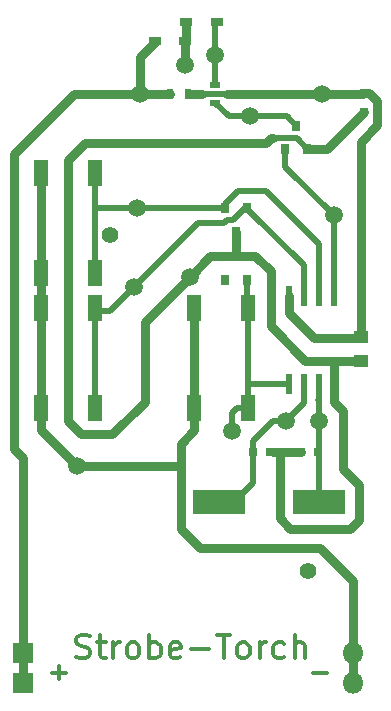
<source format=gbr>
%TF.GenerationSoftware,KiCad,Pcbnew,8.0.7+dfsg-2*%
%TF.CreationDate,2024-12-30T00:21:24+01:00*%
%TF.ProjectId,strobe-torch,7374726f-6265-42d7-946f-7263682e6b69,1.1*%
%TF.SameCoordinates,Original*%
%TF.FileFunction,Copper,L1,Top*%
%TF.FilePolarity,Positive*%
%FSLAX46Y46*%
G04 Gerber Fmt 4.6, Leading zero omitted, Abs format (unit mm)*
G04 Created by KiCad (PCBNEW 8.0.7+dfsg-2) date 2024-12-30 00:21:24*
%MOMM*%
%LPD*%
G01*
G04 APERTURE LIST*
%ADD10C,0.300000*%
%TA.AperFunction,NonConductor*%
%ADD11C,0.300000*%
%TD*%
%TA.AperFunction,SMDPad,CuDef*%
%ADD12R,1.300000X2.300000*%
%TD*%
%TA.AperFunction,SMDPad,CuDef*%
%ADD13R,1.000000X0.720000*%
%TD*%
%TA.AperFunction,ComponentPad*%
%ADD14R,1.800000X1.800000*%
%TD*%
%TA.AperFunction,ComponentPad*%
%ADD15O,1.800000X1.800000*%
%TD*%
%TA.AperFunction,SMDPad,CuDef*%
%ADD16R,0.550000X1.750000*%
%TD*%
%TA.AperFunction,SMDPad,CuDef*%
%ADD17C,1.500000*%
%TD*%
%TA.AperFunction,SMDPad,CuDef*%
%ADD18R,0.800000X0.900000*%
%TD*%
%TA.AperFunction,SMDPad,CuDef*%
%ADD19R,4.500000X2.000000*%
%TD*%
%TA.AperFunction,SMDPad,CuDef*%
%ADD20R,0.800000X0.750000*%
%TD*%
%TA.AperFunction,SMDPad,CuDef*%
%ADD21R,0.800000X0.800000*%
%TD*%
%TA.AperFunction,SMDPad,CuDef*%
%ADD22R,0.500000X0.900000*%
%TD*%
%TA.AperFunction,SMDPad,CuDef*%
%ADD23R,0.900000X0.500000*%
%TD*%
%TA.AperFunction,SMDPad,CuDef*%
%ADD24R,1.250000X1.000000*%
%TD*%
%TA.AperFunction,ViaPad*%
%ADD25C,1.400000*%
%TD*%
%TA.AperFunction,Conductor*%
%ADD26C,0.800000*%
%TD*%
%TA.AperFunction,Conductor*%
%ADD27C,0.500000*%
%TD*%
%TA.AperFunction,Conductor*%
%ADD28C,0.270000*%
%TD*%
G04 APERTURE END LIST*
D10*
D11*
X135445571Y-123677900D02*
X136588429Y-123677900D01*
X136017000Y-124249328D02*
X136017000Y-123106471D01*
D10*
D11*
X157543571Y-123677900D02*
X158686429Y-123677900D01*
D10*
D11*
X137478714Y-122353400D02*
X137764428Y-122448638D01*
X137764428Y-122448638D02*
X138240619Y-122448638D01*
X138240619Y-122448638D02*
X138431095Y-122353400D01*
X138431095Y-122353400D02*
X138526333Y-122258161D01*
X138526333Y-122258161D02*
X138621571Y-122067685D01*
X138621571Y-122067685D02*
X138621571Y-121877209D01*
X138621571Y-121877209D02*
X138526333Y-121686733D01*
X138526333Y-121686733D02*
X138431095Y-121591495D01*
X138431095Y-121591495D02*
X138240619Y-121496257D01*
X138240619Y-121496257D02*
X137859666Y-121401019D01*
X137859666Y-121401019D02*
X137669190Y-121305780D01*
X137669190Y-121305780D02*
X137573952Y-121210542D01*
X137573952Y-121210542D02*
X137478714Y-121020066D01*
X137478714Y-121020066D02*
X137478714Y-120829590D01*
X137478714Y-120829590D02*
X137573952Y-120639114D01*
X137573952Y-120639114D02*
X137669190Y-120543876D01*
X137669190Y-120543876D02*
X137859666Y-120448638D01*
X137859666Y-120448638D02*
X138335857Y-120448638D01*
X138335857Y-120448638D02*
X138621571Y-120543876D01*
X139193000Y-121115304D02*
X139954904Y-121115304D01*
X139478714Y-120448638D02*
X139478714Y-122162923D01*
X139478714Y-122162923D02*
X139573952Y-122353400D01*
X139573952Y-122353400D02*
X139764428Y-122448638D01*
X139764428Y-122448638D02*
X139954904Y-122448638D01*
X140621571Y-122448638D02*
X140621571Y-121115304D01*
X140621571Y-121496257D02*
X140716809Y-121305780D01*
X140716809Y-121305780D02*
X140812047Y-121210542D01*
X140812047Y-121210542D02*
X141002523Y-121115304D01*
X141002523Y-121115304D02*
X141193000Y-121115304D01*
X142145380Y-122448638D02*
X141954904Y-122353400D01*
X141954904Y-122353400D02*
X141859666Y-122258161D01*
X141859666Y-122258161D02*
X141764428Y-122067685D01*
X141764428Y-122067685D02*
X141764428Y-121496257D01*
X141764428Y-121496257D02*
X141859666Y-121305780D01*
X141859666Y-121305780D02*
X141954904Y-121210542D01*
X141954904Y-121210542D02*
X142145380Y-121115304D01*
X142145380Y-121115304D02*
X142431095Y-121115304D01*
X142431095Y-121115304D02*
X142621571Y-121210542D01*
X142621571Y-121210542D02*
X142716809Y-121305780D01*
X142716809Y-121305780D02*
X142812047Y-121496257D01*
X142812047Y-121496257D02*
X142812047Y-122067685D01*
X142812047Y-122067685D02*
X142716809Y-122258161D01*
X142716809Y-122258161D02*
X142621571Y-122353400D01*
X142621571Y-122353400D02*
X142431095Y-122448638D01*
X142431095Y-122448638D02*
X142145380Y-122448638D01*
X143669190Y-122448638D02*
X143669190Y-120448638D01*
X143669190Y-121210542D02*
X143859666Y-121115304D01*
X143859666Y-121115304D02*
X144240619Y-121115304D01*
X144240619Y-121115304D02*
X144431095Y-121210542D01*
X144431095Y-121210542D02*
X144526333Y-121305780D01*
X144526333Y-121305780D02*
X144621571Y-121496257D01*
X144621571Y-121496257D02*
X144621571Y-122067685D01*
X144621571Y-122067685D02*
X144526333Y-122258161D01*
X144526333Y-122258161D02*
X144431095Y-122353400D01*
X144431095Y-122353400D02*
X144240619Y-122448638D01*
X144240619Y-122448638D02*
X143859666Y-122448638D01*
X143859666Y-122448638D02*
X143669190Y-122353400D01*
X146240619Y-122353400D02*
X146050143Y-122448638D01*
X146050143Y-122448638D02*
X145669190Y-122448638D01*
X145669190Y-122448638D02*
X145478714Y-122353400D01*
X145478714Y-122353400D02*
X145383476Y-122162923D01*
X145383476Y-122162923D02*
X145383476Y-121401019D01*
X145383476Y-121401019D02*
X145478714Y-121210542D01*
X145478714Y-121210542D02*
X145669190Y-121115304D01*
X145669190Y-121115304D02*
X146050143Y-121115304D01*
X146050143Y-121115304D02*
X146240619Y-121210542D01*
X146240619Y-121210542D02*
X146335857Y-121401019D01*
X146335857Y-121401019D02*
X146335857Y-121591495D01*
X146335857Y-121591495D02*
X145383476Y-121781971D01*
X147193000Y-121686733D02*
X148716810Y-121686733D01*
X149383476Y-120448638D02*
X150526333Y-120448638D01*
X149954904Y-122448638D02*
X149954904Y-120448638D01*
X151478714Y-122448638D02*
X151288238Y-122353400D01*
X151288238Y-122353400D02*
X151193000Y-122258161D01*
X151193000Y-122258161D02*
X151097762Y-122067685D01*
X151097762Y-122067685D02*
X151097762Y-121496257D01*
X151097762Y-121496257D02*
X151193000Y-121305780D01*
X151193000Y-121305780D02*
X151288238Y-121210542D01*
X151288238Y-121210542D02*
X151478714Y-121115304D01*
X151478714Y-121115304D02*
X151764429Y-121115304D01*
X151764429Y-121115304D02*
X151954905Y-121210542D01*
X151954905Y-121210542D02*
X152050143Y-121305780D01*
X152050143Y-121305780D02*
X152145381Y-121496257D01*
X152145381Y-121496257D02*
X152145381Y-122067685D01*
X152145381Y-122067685D02*
X152050143Y-122258161D01*
X152050143Y-122258161D02*
X151954905Y-122353400D01*
X151954905Y-122353400D02*
X151764429Y-122448638D01*
X151764429Y-122448638D02*
X151478714Y-122448638D01*
X153002524Y-122448638D02*
X153002524Y-121115304D01*
X153002524Y-121496257D02*
X153097762Y-121305780D01*
X153097762Y-121305780D02*
X153193000Y-121210542D01*
X153193000Y-121210542D02*
X153383476Y-121115304D01*
X153383476Y-121115304D02*
X153573953Y-121115304D01*
X155097762Y-122353400D02*
X154907286Y-122448638D01*
X154907286Y-122448638D02*
X154526333Y-122448638D01*
X154526333Y-122448638D02*
X154335857Y-122353400D01*
X154335857Y-122353400D02*
X154240619Y-122258161D01*
X154240619Y-122258161D02*
X154145381Y-122067685D01*
X154145381Y-122067685D02*
X154145381Y-121496257D01*
X154145381Y-121496257D02*
X154240619Y-121305780D01*
X154240619Y-121305780D02*
X154335857Y-121210542D01*
X154335857Y-121210542D02*
X154526333Y-121115304D01*
X154526333Y-121115304D02*
X154907286Y-121115304D01*
X154907286Y-121115304D02*
X155097762Y-121210542D01*
X155954905Y-122448638D02*
X155954905Y-120448638D01*
X156812048Y-122448638D02*
X156812048Y-121401019D01*
X156812048Y-121401019D02*
X156716810Y-121210542D01*
X156716810Y-121210542D02*
X156526334Y-121115304D01*
X156526334Y-121115304D02*
X156240619Y-121115304D01*
X156240619Y-121115304D02*
X156050143Y-121210542D01*
X156050143Y-121210542D02*
X155954905Y-121305780D01*
D12*
%TO.P,SW3,1,1*%
%TO.N,Net-(BT1--)*%
X147483000Y-101228000D03*
X147483000Y-92828000D03*
%TO.P,SW3,2,2*%
%TO.N,Net-(U1-PB5(~{RESET}{slash}dW{slash}ADC0{slash}PCINT5))*%
X151983000Y-101228000D03*
X151983000Y-92828000D03*
%TD*%
%TO.P,SW2,1,1*%
%TO.N,Net-(BT1--)*%
X134529000Y-101228000D03*
X134529000Y-92828000D03*
%TO.P,SW2,2,2*%
%TO.N,Net-(U1-PB2(SCK{slash}USCK{slash}SCL{slash}T0{slash}INT0{slash}ADC1{slash}PCINT2))*%
X139029000Y-101228000D03*
X139029000Y-92828000D03*
%TD*%
%TO.P,SW1,1,1*%
%TO.N,Net-(BT1--)*%
X134529000Y-89798000D03*
X134529000Y-81398000D03*
%TO.P,SW1,2,2*%
%TO.N,Net-(U1-PB1(MISO{slash}DO{slash}AIN1{slash}OC0B{slash}OC1A{slash}PCINT1))*%
X139029000Y-89798000D03*
X139029000Y-81398000D03*
%TD*%
D13*
%TO.P,D2,1,K*%
%TO.N,Net-(D2-K)*%
X149382000Y-68580000D03*
%TO.P,D2,2,A*%
%TO.N,Net-(D1-K)*%
X146782000Y-68580000D03*
%TD*%
%TO.P,D1,1,K*%
%TO.N,Net-(D1-K)*%
X146715000Y-70231000D03*
%TO.P,D1,2,A*%
%TO.N,+12V*%
X144115000Y-70231000D03*
%TD*%
D14*
%TO.P,BT1,1,+*%
%TO.N,+12V*%
X132969000Y-122047000D03*
X132969000Y-124587000D03*
D15*
%TO.P,BT1,2,-*%
%TO.N,Net-(BT1--)*%
X160909000Y-122047000D03*
X160909000Y-124587000D03*
%TD*%
D16*
%TO.P,U1,1,PB5(~{RESET}/dW/ADC0/PCINT5)*%
%TO.N,Net-(U1-PB5(~{RESET}{slash}dW{slash}ADC0{slash}PCINT5))*%
X155448000Y-99221000D03*
%TO.P,U1,2,PB3(XTAL1/CLKI/~{OC1B}/ADC3/PCINT3)*%
%TO.N,Net-(U1-PB3(XTAL1{slash}CLKI{slash}~{OC1B}{slash}ADC3{slash}PCINT3))*%
X156718000Y-99221000D03*
%TO.P,U1,3,PB4(XTAL2/CLKO/OC1B/ADC2/PCINT4)*%
%TO.N,Net-(U1-PB4(XTAL2{slash}CLKO{slash}OC1B{slash}ADC2{slash}PCINT4))*%
X157988000Y-99221000D03*
%TO.P,U1,4,GND*%
%TO.N,GND*%
X159258000Y-99221000D03*
%TO.P,U1,5,PB0(MOSI/DI/SDA/AIN0/OC0A/~{OC1A}/AREF/PCINT0)*%
%TO.N,Net-(Q1-G)*%
X159258000Y-91821000D03*
%TO.P,U1,6,PB1(MISO/DO/AIN1/OC0B/OC1A/PCINT1)*%
%TO.N,Net-(U1-PB1(MISO{slash}DO{slash}AIN1{slash}OC0B{slash}OC1A{slash}PCINT1))*%
X157988000Y-91821000D03*
%TO.P,U1,7,PB2(SCK/USCK/SCL/T0/INT0/ADC1/PCINT2)*%
%TO.N,Net-(U1-PB2(SCK{slash}USCK{slash}SCL{slash}T0{slash}INT0{slash}ADC1{slash}PCINT2))*%
X156718000Y-91821000D03*
%TO.P,U1,8,VCC*%
%TO.N,VCC*%
X155448000Y-91821000D03*
%TD*%
D17*
%TO.P,TP13,1*%
%TO.N,Net-(Q1-G)*%
X159258000Y-84963000D03*
%TD*%
D18*
%TO.P,D5,1*%
%TO.N,unconnected-(D5-Pad1)*%
X150053000Y-90408000D03*
%TO.P,D5,2*%
%TO.N,Net-(U1-PB5(~{RESET}{slash}dW{slash}ADC0{slash}PCINT5))*%
X151953000Y-90408000D03*
%TO.P,D5,3*%
%TO.N,GND*%
X151003000Y-88408000D03*
%TD*%
%TO.P,D4,1*%
%TO.N,Net-(U1-PB2(SCK{slash}USCK{slash}SCL{slash}T0{slash}INT0{slash}ADC1{slash}PCINT2))*%
X151953000Y-84344000D03*
%TO.P,D4,2*%
%TO.N,Net-(U1-PB1(MISO{slash}DO{slash}AIN1{slash}OC0B{slash}OC1A{slash}PCINT1))*%
X150053000Y-84344000D03*
%TO.P,D4,3*%
%TO.N,GND*%
X151003000Y-86344000D03*
%TD*%
D19*
%TO.P,Y1,1,1*%
%TO.N,Net-(U1-PB3(XTAL1{slash}CLKI{slash}~{OC1B}{slash}ADC3{slash}PCINT3))*%
X149547000Y-109220000D03*
%TO.P,Y1,2,2*%
%TO.N,Net-(U1-PB4(XTAL2{slash}CLKO{slash}OC1B{slash}ADC2{slash}PCINT4))*%
X158047000Y-109220000D03*
%TD*%
D20*
%TO.P,C3,2*%
%TO.N,GND*%
X156476000Y-105029000D03*
%TO.P,C3,1*%
%TO.N,Net-(U1-PB4(XTAL2{slash}CLKO{slash}OC1B{slash}ADC2{slash}PCINT4))*%
X157976000Y-105029000D03*
%TD*%
D21*
%TO.P,D3,2,A*%
%TO.N,VCC*%
X161798000Y-74638000D03*
%TO.P,D3,1,K*%
%TO.N,GND*%
X161798000Y-76238000D03*
%TD*%
D22*
%TO.P,R1,1*%
%TO.N,VCC*%
X146927000Y-74676000D03*
%TO.P,R1,2*%
%TO.N,+12V*%
X145427000Y-74676000D03*
%TD*%
D23*
%TO.P,R2,1*%
%TO.N,Net-(D2-K)*%
X149225000Y-73926000D03*
%TO.P,R2,2*%
%TO.N,Net-(Q1-D)*%
X149225000Y-75426000D03*
%TD*%
D17*
%TO.P,TP1,1*%
%TO.N,+12V*%
X142875000Y-74676000D03*
%TD*%
%TO.P,TP3,1*%
%TO.N,Net-(U1-PB1(MISO{slash}DO{slash}AIN1{slash}OC0B{slash}OC1A{slash}PCINT1))*%
X142621000Y-84328000D03*
%TD*%
%TO.P,TP4,1*%
%TO.N,Net-(U1-PB2(SCK{slash}USCK{slash}SCL{slash}T0{slash}INT0{slash}ADC1{slash}PCINT2))*%
X142400000Y-91000000D03*
%TD*%
%TO.P,TP5,1*%
%TO.N,Net-(U1-PB5(~{RESET}{slash}dW{slash}ADC0{slash}PCINT5))*%
X150622000Y-103251000D03*
%TD*%
%TO.P,TP6,1*%
%TO.N,VCC*%
X158242000Y-74676000D03*
%TD*%
%TO.P,TP7,1*%
%TO.N,GND*%
X147066000Y-90170000D03*
%TD*%
%TO.P,TP8,1*%
%TO.N,Net-(U1-PB3(XTAL1{slash}CLKI{slash}~{OC1B}{slash}ADC3{slash}PCINT3))*%
X155194000Y-102362000D03*
%TD*%
%TO.P,TP9,1*%
%TO.N,Net-(U1-PB4(XTAL2{slash}CLKO{slash}OC1B{slash}ADC2{slash}PCINT4))*%
X157988000Y-102362000D03*
%TD*%
%TO.P,TP10,1*%
%TO.N,Net-(Q1-D)*%
X152146000Y-76581000D03*
%TD*%
%TO.P,TP11,1*%
%TO.N,Net-(D2-K)*%
X149225000Y-71374000D03*
%TD*%
%TO.P,TP12,1*%
%TO.N,Net-(D1-K)*%
X146685000Y-72263000D03*
%TD*%
D24*
%TO.P,C1,1*%
%TO.N,VCC*%
X161544000Y-95266000D03*
%TO.P,C1,2*%
%TO.N,GND*%
X161544000Y-97266000D03*
%TD*%
D18*
%TO.P,Q1,1,G*%
%TO.N,Net-(Q1-G)*%
X155133000Y-79359000D03*
%TO.P,Q1,2,S*%
%TO.N,GND*%
X157033000Y-79359000D03*
%TO.P,Q1,3,D*%
%TO.N,Net-(Q1-D)*%
X156083000Y-77359000D03*
%TD*%
D17*
%TO.P,TP2,1*%
%TO.N,Net-(BT1--)*%
X137541000Y-106172000D03*
%TD*%
D20*
%TO.P,C2,2*%
%TO.N,Net-(U1-PB3(XTAL1{slash}CLKI{slash}~{OC1B}{slash}ADC3{slash}PCINT3))*%
X152412000Y-105029000D03*
%TO.P,C2,1*%
%TO.N,GND*%
X153912000Y-105029000D03*
%TD*%
D25*
%TO.N,*%
X140335000Y-86614000D03*
X157099000Y-115062000D03*
%TD*%
D26*
%TO.N,Net-(BT1--)*%
X147483000Y-101133000D02*
X147483000Y-103167000D01*
X147483000Y-103167000D02*
X146304000Y-104346000D01*
X146304000Y-104346000D02*
X146304000Y-106198000D01*
X146304000Y-111506000D02*
X146304000Y-106198000D01*
X146304000Y-106198000D02*
X146278000Y-106172000D01*
X137541000Y-106172000D02*
X146278000Y-106172000D01*
X146278000Y-106172000D02*
X146300000Y-106150000D01*
D27*
%TO.N,Net-(U1-PB5(~{RESET}{slash}dW{slash}ADC0{slash}PCINT5))*%
X150622000Y-103251000D02*
X150622000Y-101678000D01*
X150622000Y-101678000D02*
X151072000Y-101228000D01*
X151072000Y-101228000D02*
X151983000Y-101228000D01*
X151983000Y-101228000D02*
X151983000Y-99817000D01*
X151983000Y-99817000D02*
X151983000Y-99187000D01*
%TO.N,Net-(U1-PB2(SCK{slash}USCK{slash}SCL{slash}T0{slash}INT0{slash}ADC1{slash}PCINT2))*%
X139029000Y-93048000D02*
X140352000Y-93048000D01*
X140352000Y-93048000D02*
X147802000Y-85598000D01*
X147802000Y-85598000D02*
X149987000Y-85598000D01*
X149987000Y-85598000D02*
X150241000Y-85344000D01*
X150749000Y-85344000D02*
X151749000Y-84344000D01*
X150241000Y-85344000D02*
X150749000Y-85344000D01*
X151749000Y-84344000D02*
X151953000Y-84344000D01*
D26*
%TO.N,GND*%
X147066000Y-90170000D02*
X143256000Y-93980000D01*
X136779000Y-102379000D02*
X136779000Y-80264000D01*
X143256000Y-93980000D02*
X143256000Y-100744000D01*
X143256000Y-100744000D02*
X140500000Y-103500000D01*
X140500000Y-103500000D02*
X137900000Y-103500000D01*
X138176000Y-78867000D02*
X153543000Y-78867000D01*
X137900000Y-103500000D02*
X136779000Y-102379000D01*
X154001000Y-78409000D02*
X154152998Y-78409000D01*
X136779000Y-80264000D02*
X138176000Y-78867000D01*
X153543000Y-78867000D02*
X154001000Y-78409000D01*
%TO.N,VCC*%
X161544000Y-95266000D02*
X161433000Y-95377000D01*
X161433000Y-95377000D02*
X157607000Y-95377000D01*
X157607000Y-95377000D02*
X155448000Y-93218000D01*
X155448000Y-93218000D02*
X155448000Y-91821000D01*
D27*
X148082000Y-74676000D02*
X150255002Y-74676000D01*
D26*
X147054000Y-74676000D02*
X148082000Y-74676000D01*
X150255002Y-74676000D02*
X151638000Y-74676000D01*
X151638000Y-74676000D02*
X158242000Y-74676000D01*
X161544000Y-95266000D02*
X161544000Y-78740000D01*
X162268000Y-74638000D02*
X161798000Y-74638000D01*
X161544000Y-78740000D02*
X162941000Y-77343000D01*
X162941000Y-77343000D02*
X162941000Y-75311000D01*
X162941000Y-75311000D02*
X162268000Y-74638000D01*
X158242000Y-74676000D02*
X161760000Y-74676000D01*
X161760000Y-74676000D02*
X161798000Y-74638000D01*
%TO.N,GND*%
X159258000Y-97266000D02*
X156829000Y-97266000D01*
X156829000Y-97266000D02*
X153924000Y-94361000D01*
X153924000Y-94361000D02*
X153924000Y-89694000D01*
X153924000Y-89694000D02*
X152638000Y-88408000D01*
X152638000Y-88408000D02*
X151003000Y-88408000D01*
X159258000Y-99220000D02*
X159258000Y-97266000D01*
X159258000Y-99220000D02*
X159258000Y-100795000D01*
X156476000Y-105029000D02*
X154940000Y-105029000D01*
D27*
X154609000Y-78409000D02*
X154152998Y-78409000D01*
X154152998Y-78409000D02*
X156133000Y-78409000D01*
X156133000Y-78409000D02*
X157033000Y-79309000D01*
X157033000Y-79309000D02*
X157033000Y-79359000D01*
D26*
X161798000Y-76238000D02*
X158677000Y-79359000D01*
X158677000Y-79359000D02*
X157033000Y-79359000D01*
X148828000Y-88408000D02*
X147066000Y-90170000D01*
X151003000Y-88408000D02*
X148828000Y-88408000D01*
X151003000Y-88408000D02*
X151003000Y-86344000D01*
X161544000Y-97266000D02*
X159258000Y-97266000D01*
X159258000Y-100795000D02*
X160020000Y-101557000D01*
X160020000Y-101557000D02*
X160020000Y-106426000D01*
X154940000Y-105029000D02*
X154559000Y-105029000D01*
X154559000Y-105029000D02*
X154686000Y-105156000D01*
X161417000Y-107823000D02*
X160020000Y-106426000D01*
X154686000Y-105156000D02*
X154686000Y-110617000D01*
X154686000Y-110617000D02*
X155575000Y-111506000D01*
X155575000Y-111506000D02*
X160655000Y-111506000D01*
X160655000Y-111506000D02*
X161417000Y-110744000D01*
X161417000Y-110744000D02*
X161417000Y-107823000D01*
X154940000Y-105029000D02*
X154154000Y-105029000D01*
%TO.N,Net-(D1-K)*%
X146685000Y-72263000D02*
X146685000Y-70134000D01*
X146685000Y-70134000D02*
X146715000Y-70104000D01*
X146782000Y-68580000D02*
X146782000Y-70037000D01*
X146782000Y-70037000D02*
X146715000Y-70104000D01*
%TO.N,+12V*%
X132969000Y-122047000D02*
X132969000Y-124587000D01*
X132207000Y-104775000D02*
X132969000Y-105537000D01*
X132969000Y-105537000D02*
X132969000Y-122047000D01*
X142862000Y-72009000D02*
X142862000Y-71514000D01*
X142862000Y-71514000D02*
X144115000Y-70261000D01*
X144115000Y-70261000D02*
X144115000Y-70231000D01*
X142875000Y-71996000D02*
X142862000Y-72009000D01*
X142862000Y-72009000D02*
X142862000Y-74676000D01*
X142862000Y-74676000D02*
X137287000Y-74676000D01*
X137287000Y-74676000D02*
X132207000Y-79756000D01*
X132207000Y-79756000D02*
X132207000Y-104775000D01*
X142862000Y-74409000D02*
X143129000Y-74676000D01*
X143129000Y-74676000D02*
X145427000Y-74676000D01*
X142862000Y-72009000D02*
X142862000Y-74409000D01*
%TO.N,Net-(BT1--)*%
X160909000Y-122047000D02*
X160909000Y-115951000D01*
X160909000Y-115951000D02*
X158115000Y-113157000D01*
X158115000Y-113157000D02*
X147955000Y-113157000D01*
X147955000Y-113157000D02*
X146304000Y-111506000D01*
X160909000Y-124587000D02*
X160909000Y-122047000D01*
X134529000Y-101128000D02*
X134529000Y-103160000D01*
X134529000Y-103160000D02*
X137541000Y-106172000D01*
X147483000Y-101008000D02*
X147483000Y-93048000D01*
D27*
X134529000Y-101008000D02*
X134529000Y-101128000D01*
X147483000Y-101008000D02*
X147483000Y-101133000D01*
D26*
X134529000Y-93048000D02*
X134529000Y-94323000D01*
X134529000Y-94323000D02*
X134529000Y-101008000D01*
X134529000Y-89578000D02*
X134529000Y-93048000D01*
X134529000Y-81618000D02*
X134529000Y-89578000D01*
D27*
%TO.N,Net-(U1-PB3(XTAL1{slash}CLKI{slash}~{OC1B}{slash}ADC3{slash}PCINT3))*%
X152400000Y-104095340D02*
X152412000Y-104107340D01*
X152412000Y-104107340D02*
X152412000Y-105029000D01*
X155194000Y-102362000D02*
X154133340Y-102362000D01*
X154133340Y-102362000D02*
X152400000Y-104095340D01*
X156718000Y-99220000D02*
X156718000Y-100838000D01*
X156718000Y-100838000D02*
X155194000Y-102362000D01*
X152412000Y-105029000D02*
X152412000Y-107605000D01*
X152412000Y-107605000D02*
X152400000Y-107617000D01*
X152400000Y-107617000D02*
X150797000Y-109220000D01*
D28*
X150797000Y-109220000D02*
X149547000Y-109220000D01*
D27*
%TO.N,Net-(U1-PB4(XTAL2{slash}CLKO{slash}OC1B{slash}ADC2{slash}PCINT4))*%
X157988000Y-99220000D02*
X157988000Y-100608000D01*
X157988000Y-102362000D02*
X157988000Y-105017000D01*
X157988000Y-105017000D02*
X157976000Y-105029000D01*
X157988000Y-102362000D02*
X157988000Y-100608000D01*
X157988000Y-100608000D02*
X157976000Y-100596000D01*
X158047000Y-109220000D02*
X158047000Y-105100000D01*
X158047000Y-105100000D02*
X157976000Y-105029000D01*
%TO.N,Net-(D2-K)*%
X149225000Y-73926000D02*
X149225000Y-73291000D01*
X149225000Y-71374000D02*
X149225000Y-73291000D01*
X149255000Y-68580000D02*
X149255000Y-71344000D01*
X149255000Y-71344000D02*
X149225000Y-71374000D01*
%TO.N,Net-(U1-PB2(SCK{slash}USCK{slash}SCL{slash}T0{slash}INT0{slash}ADC1{slash}PCINT2))*%
X156718000Y-89154000D02*
X156718000Y-91821000D01*
X156718000Y-89154000D02*
X151953000Y-84389000D01*
X151953000Y-84389000D02*
X151953000Y-84344000D01*
X139029000Y-93000000D02*
X139029000Y-93048000D01*
X139029000Y-93048000D02*
X139029000Y-101008000D01*
%TO.N,Net-(U1-PB1(MISO{slash}DO{slash}AIN1{slash}OC0B{slash}OC1A{slash}PCINT1))*%
X157988000Y-91821000D02*
X157988000Y-87376000D01*
X157988000Y-87376000D02*
X153543000Y-82931000D01*
X153543000Y-82931000D02*
X151130000Y-82931000D01*
X151130000Y-82931000D02*
X150053000Y-84008000D01*
X150053000Y-84008000D02*
X150053000Y-84344000D01*
X139029000Y-81618000D02*
X139029000Y-84455000D01*
X139029000Y-84455000D02*
X139029000Y-89578000D01*
X142621000Y-84328000D02*
X139156000Y-84328000D01*
X139156000Y-84328000D02*
X139029000Y-84455000D01*
X142621000Y-84328000D02*
X150037000Y-84328000D01*
X150037000Y-84328000D02*
X150053000Y-84344000D01*
X139029000Y-84344000D02*
X139029000Y-81618000D01*
%TO.N,Net-(U1-PB5(~{RESET}{slash}dW{slash}ADC0{slash}PCINT5))*%
X151953000Y-90408000D02*
X151953000Y-93018000D01*
X151953000Y-93018000D02*
X151983000Y-93048000D01*
X151983000Y-93048000D02*
X151983000Y-99187000D01*
X155448000Y-99220000D02*
X152016000Y-99220000D01*
X152016000Y-99220000D02*
X151983000Y-99187000D01*
%TO.N,Net-(Q1-G)*%
X159258000Y-86360000D02*
X159258000Y-91821000D01*
X159258000Y-84963000D02*
X155133000Y-80838000D01*
X155133000Y-80838000D02*
X155133000Y-79359000D01*
X159258000Y-86360000D02*
X159258000Y-84963000D01*
%TO.N,Net-(Q1-D)*%
X152146000Y-76581000D02*
X155305000Y-76581000D01*
X155305000Y-76581000D02*
X156083000Y-77359000D01*
X149225000Y-75426000D02*
X150380000Y-76581000D01*
X150380000Y-76581000D02*
X152146000Y-76581000D01*
%TD*%
M02*

</source>
